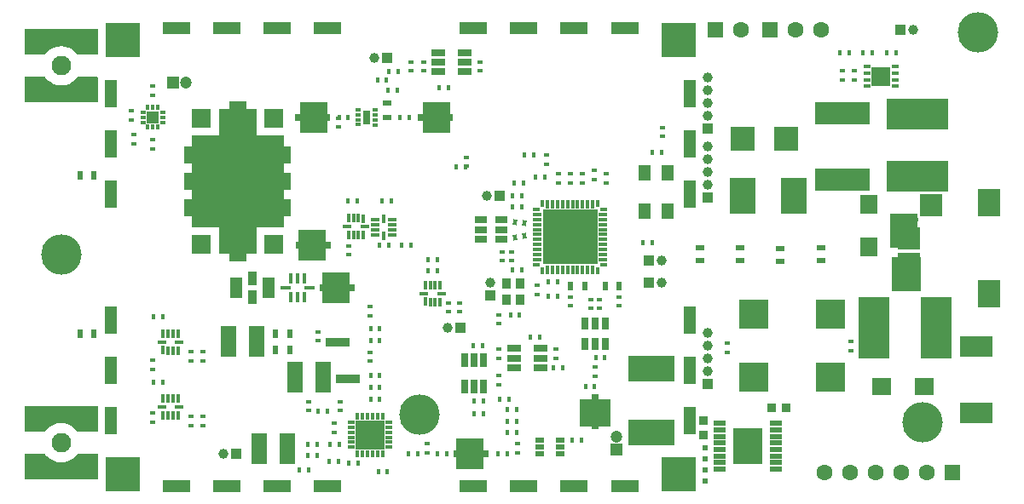
<source format=gts>
%FSLAX25Y25*%
%MOIN*%
G70*
G01*
G75*
G04 Layer_Color=8388736*
%ADD10C,0.01102*%
%ADD11R,0.01969X0.01969*%
%ADD12C,0.06811*%
%ADD13R,0.02200X0.02200*%
%ADD14R,0.24016X0.12047*%
%ADD15R,0.04331X0.02559*%
%ADD16R,0.04331X0.02200*%
%ADD17R,0.02362X0.04724*%
%ADD18R,0.01882X0.01024*%
%ADD19R,0.06890X0.05709*%
%ADD20R,0.05709X0.06890*%
%ADD21R,0.20866X0.07874*%
%ADD22R,0.08858X0.08465*%
%ADD23R,0.03200X0.03800*%
%ADD24R,0.06000X0.12000*%
%ADD25R,0.18000X0.10000*%
%ADD26R,0.03800X0.03200*%
%ADD27R,0.02874X0.01181*%
%ADD28R,0.01181X0.02874*%
%ADD29R,0.01181X0.03268*%
%ADD30R,0.03268X0.01181*%
%ADD31R,0.12047X0.24016*%
%ADD32R,0.09685X0.03110*%
%ADD33R,0.13000X0.07874*%
%ADD34R,0.04803X0.02441*%
%ADD35R,0.01870X0.00984*%
%ADD36R,0.00984X0.01870*%
%ADD37R,0.04331X0.04331*%
%ADD38R,0.02559X0.04331*%
%ADD39R,0.02047X0.04331*%
%ADD40R,0.03937X0.01378*%
%ADD41R,0.01378X0.03937*%
%ADD42R,0.02402X0.04902*%
%ADD43R,0.04095X0.07087*%
%ADD44R,0.04331X0.05512*%
%ADD45R,0.02165X0.01181*%
%ADD46R,0.02953X0.01181*%
%ADD47R,0.01181X0.02165*%
%ADD48R,0.01181X0.02953*%
%ADD49R,0.20630X0.20630*%
%ADD50R,0.02079X0.01024*%
%ADD51R,0.01024X0.02079*%
%ADD52R,0.10630X0.10630*%
%ADD53R,0.04134X0.01772*%
%ADD54R,0.11575X0.14094*%
%ADD55R,0.06890X0.06890*%
%ADD56O,0.02362X0.01181*%
%ADD57R,0.10000X0.14000*%
%ADD58R,0.02441X0.04803*%
%ADD59R,0.10236X0.03937*%
%ADD60R,0.03937X0.10236*%
%ADD61R,0.12992X0.12992*%
%ADD62R,0.07874X0.09843*%
%ADD63R,0.07874X0.07874*%
%ADD64R,0.02756X0.02165*%
%ADD65R,0.10433X0.03150*%
%ADD66R,0.02165X0.02165*%
%ADD67R,0.02165X0.02756*%
%ADD68R,0.03150X0.10433*%
%ADD69R,0.02165X0.02165*%
%ADD70R,0.02756X0.01181*%
%ADD71R,0.02200X0.01575*%
%ADD72R,0.01575X0.02200*%
G04:AMPARAMS|DCode=73|XSize=22mil|YSize=15.75mil|CornerRadius=0mil|HoleSize=0mil|Usage=FLASHONLY|Rotation=83.000|XOffset=0mil|YOffset=0mil|HoleType=Round|Shape=Rectangle|*
%AMROTATEDRECTD73*
4,1,4,0.00648,-0.01188,-0.00916,-0.00996,-0.00648,0.01188,0.00916,0.00996,0.00648,-0.01188,0.0*
%
%ADD73ROTATEDRECTD73*%

G04:AMPARAMS|DCode=74|XSize=22mil|YSize=15.75mil|CornerRadius=0mil|HoleSize=0mil|Usage=FLASHONLY|Rotation=97.000|XOffset=0mil|YOffset=0mil|HoleType=Round|Shape=Rectangle|*
%AMROTATEDRECTD74*
4,1,4,0.00916,-0.00996,-0.00648,-0.01188,-0.00916,0.00996,0.00648,0.01188,0.00916,-0.00996,0.0*
%
%ADD74ROTATEDRECTD74*%

%ADD75R,0.01969X0.03543*%
%ADD76R,0.03543X0.01969*%
%ADD77R,0.01969X0.03347*%
%ADD78R,0.03347X0.01969*%
%ADD79R,0.06496X0.06496*%
%ADD80R,0.05906X0.05906*%
%ADD81R,0.05906X0.05906*%
%ADD82R,0.07874X0.31496*%
%ADD83C,0.01400*%
%ADD84C,0.01000*%
%ADD85C,0.07000*%
%ADD86C,0.02400*%
%ADD87C,0.01575*%
%ADD88C,0.01100*%
%ADD89C,0.07874*%
%ADD90C,0.02362*%
%ADD91C,0.09000*%
%ADD92C,0.02000*%
%ADD93C,0.02047*%
%ADD94C,0.01600*%
%ADD95C,0.01969*%
%ADD96C,0.01200*%
%ADD97C,0.05000*%
%ADD98C,0.03500*%
%ADD99C,0.02200*%
%ADD100C,0.00984*%
%ADD101R,0.12835X0.09900*%
%ADD102R,0.11900X0.24400*%
%ADD103R,0.10700X0.08011*%
%ADD104R,0.10800X0.14300*%
%ADD105R,0.14525X0.03200*%
%ADD106R,0.18522X0.03500*%
%ADD107R,0.00433X0.01700*%
%ADD108R,0.10800X0.20947*%
%ADD109R,0.12402X0.23701*%
%ADD110R,0.09900X0.12520*%
%ADD111R,0.13976X0.55984*%
%ADD112R,0.35039X0.34961*%
%ADD113C,0.06299*%
%ADD114R,0.06299X0.06299*%
%ADD115R,0.03937X0.03937*%
%ADD116C,0.03937*%
%ADD117R,0.03937X0.03937*%
%ADD118C,0.01400*%
%ADD119C,0.01200*%
%ADD120C,0.01800*%
%ADD121C,0.02000*%
%ADD122C,0.04000*%
%ADD123C,0.01969*%
%ADD124C,0.02598*%
%ADD125C,0.00787*%
%ADD126C,0.01000*%
%ADD127C,0.02500*%
%ADD128C,0.02362*%
%ADD129C,0.14961*%
%ADD130C,0.03000*%
%ADD131R,0.11900X0.14889*%
%ADD132C,0.06000*%
%ADD133R,0.01200X0.02200*%
%ADD134R,0.09843X0.05906*%
%ADD135R,0.05906X0.09843*%
%ADD136R,0.04921X0.01575*%
%ADD137R,0.04921X0.01575*%
%ADD138R,0.08661X0.05512*%
%ADD139R,0.26772X0.26772*%
%ADD140R,0.01378X0.03150*%
%ADD141R,0.03150X0.01378*%
%ADD142R,0.03543X0.01575*%
%ADD143R,0.01969X0.01969*%
%ADD144R,0.05118X0.03347*%
%ADD145C,0.00900*%
%ADD146C,0.02500*%
%ADD147R,0.01850X0.03340*%
%ADD148R,0.05908X0.03435*%
%ADD149R,0.09900X0.13110*%
%ADD150C,0.00394*%
%ADD151C,0.00827*%
%ADD152C,0.00800*%
%ADD153C,0.00787*%
%ADD154C,0.00315*%
%ADD155C,0.00591*%
%ADD156C,0.00787*%
%ADD157C,0.00394*%
%ADD158C,0.00400*%
%ADD159C,0.01378*%
%ADD160C,0.00600*%
%ADD161R,0.01181X0.02165*%
%ADD162R,0.01771X0.02165*%
%ADD163R,0.02165X0.01181*%
%ADD164R,0.02165X0.01771*%
%ADD165R,0.11221X0.13307*%
%ADD166R,0.11102X0.13661*%
%ADD167R,0.10827X0.12214*%
%ADD168R,0.12214X0.10827*%
%ADD169R,0.14902X0.56988*%
%ADD170R,0.35945X0.35886*%
%ADD171R,0.02769X0.02769*%
%ADD172C,0.07611*%
%ADD173R,0.04882X0.03110*%
%ADD174R,0.04882X0.02751*%
%ADD175R,0.02913X0.05276*%
%ADD176R,0.02433X0.01575*%
%ADD177R,0.07690X0.06509*%
%ADD178R,0.06509X0.07690*%
%ADD179R,0.21666X0.08674*%
%ADD180R,0.09658X0.09265*%
%ADD181R,0.03279X0.03879*%
%ADD182R,0.03268X0.01575*%
%ADD183R,0.01575X0.03268*%
%ADD184R,0.01575X0.03661*%
%ADD185R,0.03661X0.01575*%
%ADD186R,0.09764X0.03189*%
%ADD187R,0.05354X0.02992*%
%ADD188R,0.02185X0.01299*%
%ADD189R,0.01299X0.02185*%
%ADD190R,0.04646X0.04646*%
%ADD191R,0.03110X0.04882*%
%ADD192R,0.02598X0.04882*%
%ADD193R,0.04331X0.01772*%
%ADD194R,0.01772X0.04331*%
%ADD195R,0.03202X0.05702*%
%ADD196R,0.04895X0.07887*%
%ADD197R,0.05131X0.06312*%
%ADD198R,0.02559X0.01575*%
%ADD199R,0.03347X0.01575*%
%ADD200R,0.01575X0.02559*%
%ADD201R,0.01575X0.03347*%
%ADD202R,0.21181X0.21181*%
%ADD203R,0.02630X0.01575*%
%ADD204R,0.01575X0.02630*%
%ADD205R,0.11181X0.11181*%
%ADD206R,0.04685X0.02323*%
%ADD207R,0.11811X0.14331*%
%ADD208R,0.07284X0.07284*%
%ADD209O,0.02756X0.01575*%
%ADD210R,0.11430X0.11430*%
%ADD211R,0.02992X0.05354*%
%ADD212R,0.11036X0.04737*%
%ADD213R,0.04737X0.11036*%
%ADD214R,0.13792X0.13792*%
%ADD215R,0.08674X0.10642*%
%ADD216R,0.08674X0.08674*%
%ADD217R,0.03156X0.02565*%
%ADD218R,0.10835X0.03551*%
%ADD219R,0.02565X0.02565*%
%ADD220R,0.02565X0.03156*%
%ADD221R,0.03551X0.10835*%
%ADD222R,0.02565X0.02565*%
%ADD223R,0.03556X0.01981*%
%ADD224R,0.07296X0.07296*%
%ADD225R,0.06706X0.06706*%
%ADD226R,0.06706X0.06706*%
%ADD227R,0.08674X0.32296*%
%ADD228C,0.04737*%
%ADD229R,0.04737X0.04737*%
%ADD230R,0.04737X0.04737*%
%ADD231C,0.03398*%
%ADD232C,0.04800*%
%ADD233C,0.15761*%
G36*
X34839Y38993D02*
X34890Y38984D01*
X34938Y38967D01*
X34985Y38944D01*
X35028Y38915D01*
X35066Y38881D01*
X35100Y38842D01*
X35129Y38800D01*
X35152Y38753D01*
X35168Y38704D01*
X35179Y38654D01*
X35182Y38602D01*
Y29354D01*
X35179Y29303D01*
X35168Y29252D01*
X35152Y29203D01*
X35129Y29157D01*
X35100Y29114D01*
X35066Y29075D01*
X35028Y29041D01*
X34985Y29013D01*
X34938Y28990D01*
X34890Y28973D01*
X34839Y28963D01*
X34787Y28960D01*
X27299D01*
X27247Y28963D01*
X27197Y28973D01*
X27148Y28990D01*
X27101Y29013D01*
X27059Y29041D01*
X27020Y29075D01*
X26986Y29114D01*
X26957Y29157D01*
X26934Y29203D01*
X26933Y29206D01*
X26238Y30053D01*
X25070Y31012D01*
X23737Y31724D01*
X22291Y32163D01*
X20787Y32311D01*
X19284Y32163D01*
X17838Y31724D01*
X16505Y31012D01*
X15337Y30053D01*
X14641Y29206D01*
X14640Y29203D01*
X14634Y29189D01*
X14627Y29175D01*
X14622Y29166D01*
X14618Y29157D01*
X14609Y29144D01*
X14601Y29130D01*
X14595Y29122D01*
X14589Y29114D01*
X14579Y29102D01*
X14569Y29090D01*
X14562Y29083D01*
X14555Y29075D01*
X14543Y29065D01*
X14532Y29054D01*
X14524Y29048D01*
X14516Y29041D01*
X14503Y29033D01*
X14491Y29023D01*
X14482Y29018D01*
X14473Y29013D01*
X14459Y29006D01*
X14445Y28998D01*
X14436Y28994D01*
X14427Y28990D01*
X14412Y28985D01*
X14397Y28979D01*
X14388Y28977D01*
X14378Y28973D01*
X14363Y28970D01*
X14347Y28966D01*
X14337Y28965D01*
X14327Y28963D01*
X14312Y28962D01*
X14296Y28960D01*
X14286Y28960D01*
X14276Y28960D01*
X6787D01*
X6736Y28963D01*
X6685Y28973D01*
X6636Y28990D01*
X6590Y29013D01*
X6547Y29041D01*
X6508Y29075D01*
X6474Y29114D01*
X6446Y29157D01*
X6423Y29203D01*
X6406Y29252D01*
X6396Y29303D01*
X6393Y29354D01*
Y38602D01*
X6396Y38654D01*
X6406Y38704D01*
X6423Y38753D01*
X6446Y38800D01*
X6474Y38842D01*
X6508Y38881D01*
X6547Y38915D01*
X6590Y38944D01*
X6636Y38967D01*
X6685Y38984D01*
X6736Y38993D01*
X6787Y38997D01*
X34787D01*
X34839Y38993D01*
D02*
G37*
G36*
Y20242D02*
X34890Y20232D01*
X34938Y20215D01*
X34985Y20192D01*
X35028Y20163D01*
X35066Y20129D01*
X35100Y20091D01*
X35129Y20048D01*
X35152Y20001D01*
X35168Y19952D01*
X35179Y19902D01*
X35182Y19850D01*
Y10602D01*
X35179Y10551D01*
X35168Y10500D01*
X35152Y10451D01*
X35129Y10405D01*
X35100Y10362D01*
X35066Y10323D01*
X35028Y10289D01*
X34985Y10261D01*
X34938Y10238D01*
X34890Y10221D01*
X34839Y10211D01*
X34787Y10208D01*
X6787D01*
X6736Y10211D01*
X6685Y10221D01*
X6636Y10238D01*
X6590Y10261D01*
X6547Y10289D01*
X6508Y10323D01*
X6474Y10362D01*
X6446Y10405D01*
X6423Y10451D01*
X6406Y10500D01*
X6396Y10551D01*
X6393Y10602D01*
Y19850D01*
X6396Y19902D01*
X6406Y19952D01*
X6423Y20001D01*
X6446Y20048D01*
X6474Y20091D01*
X6508Y20129D01*
X6547Y20163D01*
X6590Y20192D01*
X6636Y20215D01*
X6685Y20232D01*
X6736Y20242D01*
X6787Y20245D01*
X14276D01*
X14327Y20242D01*
X14378Y20232D01*
X14427Y20215D01*
X14473Y20192D01*
X14516Y20163D01*
X14555Y20129D01*
X14589Y20091D01*
X14618Y20048D01*
X14640Y20001D01*
X14641Y19999D01*
X15337Y19152D01*
X16505Y18193D01*
X17838Y17481D01*
X19284Y17042D01*
X20787Y16894D01*
X22291Y17042D01*
X23737Y17481D01*
X25070Y18193D01*
X26238Y19152D01*
X26933Y19999D01*
X26934Y20001D01*
X26941Y20016D01*
X26948Y20030D01*
X26953Y20039D01*
X26957Y20048D01*
X26966Y20061D01*
X26974Y20074D01*
X26980Y20082D01*
X26986Y20091D01*
X26996Y20102D01*
X27006Y20115D01*
X27013Y20122D01*
X27020Y20129D01*
X27032Y20140D01*
X27043Y20151D01*
X27051Y20157D01*
X27059Y20163D01*
X27072Y20172D01*
X27084Y20182D01*
X27093Y20187D01*
X27101Y20192D01*
X27116Y20199D01*
X27129Y20207D01*
X27139Y20210D01*
X27148Y20215D01*
X27163Y20220D01*
X27177Y20226D01*
X27187Y20228D01*
X27197Y20232D01*
X27212Y20235D01*
X27227Y20238D01*
X27237Y20240D01*
X27247Y20242D01*
X27263Y20243D01*
X27279Y20244D01*
X27289Y20244D01*
X27299Y20245D01*
X34787D01*
X34839Y20242D01*
D02*
G37*
G36*
Y186631D02*
X34890Y186621D01*
X34938Y186605D01*
X34985Y186582D01*
X35028Y186553D01*
X35066Y186519D01*
X35100Y186480D01*
X35129Y186437D01*
X35152Y186391D01*
X35168Y186342D01*
X35179Y186292D01*
X35182Y186240D01*
Y176992D01*
X35179Y176941D01*
X35168Y176890D01*
X35152Y176841D01*
X35129Y176795D01*
X35100Y176752D01*
X35066Y176713D01*
X35028Y176679D01*
X34985Y176651D01*
X34938Y176628D01*
X34890Y176611D01*
X34839Y176601D01*
X34787Y176598D01*
X27299D01*
X27247Y176601D01*
X27197Y176611D01*
X27148Y176628D01*
X27101Y176651D01*
X27059Y176679D01*
X27020Y176713D01*
X26986Y176752D01*
X26957Y176795D01*
X26934Y176841D01*
X26933Y176844D01*
X26238Y177691D01*
X25070Y178649D01*
X23737Y179362D01*
X22291Y179800D01*
X20787Y179949D01*
X19284Y179800D01*
X17838Y179362D01*
X16505Y178649D01*
X15337Y177691D01*
X14641Y176844D01*
X14640Y176841D01*
X14634Y176827D01*
X14627Y176813D01*
X14622Y176804D01*
X14618Y176795D01*
X14609Y176782D01*
X14601Y176768D01*
X14595Y176760D01*
X14589Y176752D01*
X14579Y176740D01*
X14569Y176728D01*
X14562Y176721D01*
X14555Y176713D01*
X14543Y176703D01*
X14532Y176692D01*
X14524Y176686D01*
X14516Y176679D01*
X14503Y176670D01*
X14491Y176661D01*
X14482Y176656D01*
X14473Y176651D01*
X14459Y176644D01*
X14445Y176636D01*
X14436Y176632D01*
X14427Y176628D01*
X14412Y176622D01*
X14397Y176617D01*
X14388Y176614D01*
X14378Y176611D01*
X14363Y176608D01*
X14347Y176604D01*
X14337Y176603D01*
X14327Y176601D01*
X14312Y176600D01*
X14296Y176598D01*
X14286Y176598D01*
X14276Y176598D01*
X6787D01*
X6736Y176601D01*
X6685Y176611D01*
X6636Y176628D01*
X6590Y176651D01*
X6547Y176679D01*
X6508Y176713D01*
X6474Y176752D01*
X6446Y176795D01*
X6423Y176841D01*
X6406Y176890D01*
X6396Y176941D01*
X6393Y176992D01*
Y186240D01*
X6396Y186292D01*
X6406Y186342D01*
X6423Y186391D01*
X6446Y186437D01*
X6474Y186480D01*
X6508Y186519D01*
X6547Y186553D01*
X6590Y186582D01*
X6636Y186605D01*
X6685Y186621D01*
X6736Y186631D01*
X6787Y186635D01*
X34787D01*
X34839Y186631D01*
D02*
G37*
G36*
Y167879D02*
X34890Y167869D01*
X34938Y167853D01*
X34985Y167830D01*
X35028Y167801D01*
X35066Y167767D01*
X35100Y167728D01*
X35129Y167685D01*
X35152Y167639D01*
X35168Y167590D01*
X35179Y167540D01*
X35182Y167488D01*
Y158240D01*
X35179Y158189D01*
X35168Y158138D01*
X35152Y158089D01*
X35129Y158043D01*
X35100Y158000D01*
X35066Y157961D01*
X35028Y157927D01*
X34985Y157898D01*
X34938Y157876D01*
X34890Y157859D01*
X34839Y157849D01*
X34787Y157846D01*
X6787D01*
X6736Y157849D01*
X6685Y157859D01*
X6636Y157876D01*
X6590Y157898D01*
X6547Y157927D01*
X6508Y157961D01*
X6474Y158000D01*
X6446Y158043D01*
X6423Y158089D01*
X6406Y158138D01*
X6396Y158189D01*
X6393Y158240D01*
Y167488D01*
X6396Y167540D01*
X6406Y167590D01*
X6423Y167639D01*
X6446Y167685D01*
X6474Y167728D01*
X6508Y167767D01*
X6547Y167801D01*
X6590Y167830D01*
X6636Y167853D01*
X6685Y167869D01*
X6736Y167879D01*
X6787Y167883D01*
X14276D01*
X14327Y167879D01*
X14378Y167869D01*
X14427Y167853D01*
X14473Y167830D01*
X14516Y167801D01*
X14555Y167767D01*
X14589Y167728D01*
X14618Y167685D01*
X14640Y167639D01*
X14641Y167637D01*
X15337Y166789D01*
X16505Y165831D01*
X17838Y165119D01*
X19284Y164680D01*
X20787Y164532D01*
X22291Y164680D01*
X23737Y165119D01*
X25070Y165831D01*
X26238Y166789D01*
X26933Y167637D01*
X26934Y167639D01*
X26941Y167653D01*
X26948Y167668D01*
X26953Y167676D01*
X26957Y167685D01*
X26966Y167699D01*
X26974Y167712D01*
X26980Y167720D01*
X26986Y167728D01*
X26996Y167740D01*
X27006Y167753D01*
X27013Y167760D01*
X27020Y167767D01*
X27032Y167778D01*
X27043Y167789D01*
X27051Y167795D01*
X27059Y167801D01*
X27072Y167810D01*
X27084Y167819D01*
X27093Y167824D01*
X27101Y167830D01*
X27116Y167837D01*
X27129Y167844D01*
X27139Y167848D01*
X27148Y167853D01*
X27163Y167858D01*
X27177Y167864D01*
X27187Y167866D01*
X27197Y167869D01*
X27212Y167872D01*
X27227Y167876D01*
X27237Y167877D01*
X27247Y167879D01*
X27263Y167880D01*
X27279Y167882D01*
X27289Y167882D01*
X27299Y167883D01*
X34787D01*
X34839Y167879D01*
D02*
G37*
D13*
X272516Y22548D02*
D03*
Y18348D02*
D03*
Y13948D02*
D03*
Y9748D02*
D03*
D14*
X355354Y129035D02*
D03*
Y153169D02*
D03*
D23*
X304222Y38161D02*
D03*
X298622D02*
D03*
D24*
X112022Y50261D02*
D03*
X123022D02*
D03*
X97222Y64361D02*
D03*
X86222D02*
D03*
X109322Y22461D02*
D03*
X98322D02*
D03*
D25*
X251522Y28661D02*
D03*
Y53661D02*
D03*
D26*
X271816Y27648D02*
D03*
Y33248D02*
D03*
D31*
X338642Y69528D02*
D03*
X362776D02*
D03*
D33*
X378408Y36397D02*
D03*
Y62381D02*
D03*
D57*
X307205Y121181D02*
D03*
X287205D02*
D03*
D71*
X196900Y99469D02*
D03*
Y95891D02*
D03*
X117422Y37172D02*
D03*
Y40750D02*
D03*
X129822Y37172D02*
D03*
Y40750D02*
D03*
X121116Y64484D02*
D03*
Y68062D02*
D03*
X191955Y61179D02*
D03*
Y57601D02*
D03*
X176500Y79439D02*
D03*
Y75861D02*
D03*
X76108Y60311D02*
D03*
Y56733D02*
D03*
X76087Y34892D02*
D03*
Y31313D02*
D03*
X231232Y80762D02*
D03*
Y77184D02*
D03*
X219816Y81750D02*
D03*
Y78172D02*
D03*
X227900Y80762D02*
D03*
Y77184D02*
D03*
X238900Y78211D02*
D03*
Y81789D02*
D03*
X234016Y126384D02*
D03*
Y129962D02*
D03*
X229316Y127784D02*
D03*
Y131362D02*
D03*
X224616Y126384D02*
D03*
Y129962D02*
D03*
X206816Y86162D02*
D03*
Y82584D02*
D03*
X219916Y126384D02*
D03*
Y129962D02*
D03*
X215216Y126384D02*
D03*
Y129962D02*
D03*
X193180Y99469D02*
D03*
Y95891D02*
D03*
X281339Y63600D02*
D03*
Y60022D02*
D03*
X329606Y64348D02*
D03*
Y60770D02*
D03*
X141516Y77862D02*
D03*
Y74284D02*
D03*
X330916Y166684D02*
D03*
Y170262D02*
D03*
X184610Y170166D02*
D03*
Y173743D02*
D03*
X162410D02*
D03*
Y170166D02*
D03*
X129078Y148214D02*
D03*
Y151792D02*
D03*
X179061Y132844D02*
D03*
Y136422D02*
D03*
X48322Y150972D02*
D03*
Y154550D02*
D03*
X49322Y145150D02*
D03*
Y141572D02*
D03*
X191778Y50828D02*
D03*
Y47250D02*
D03*
X172350Y79439D02*
D03*
Y75861D02*
D03*
X56584Y160662D02*
D03*
Y164240D02*
D03*
X56599Y139779D02*
D03*
Y143358D02*
D03*
Y36178D02*
D03*
Y32600D02*
D03*
X71408Y60311D02*
D03*
Y56733D02*
D03*
X71387Y34892D02*
D03*
Y31313D02*
D03*
X199216Y20676D02*
D03*
Y24252D02*
D03*
X141516Y56486D02*
D03*
Y60062D02*
D03*
X164000Y24197D02*
D03*
Y20621D02*
D03*
X133022Y98174D02*
D03*
Y101750D02*
D03*
X56599Y56841D02*
D03*
Y53265D02*
D03*
X229558Y54180D02*
D03*
Y50604D02*
D03*
X210616Y137160D02*
D03*
Y133584D02*
D03*
X326216Y170260D02*
D03*
Y166684D02*
D03*
X157610Y170168D02*
D03*
Y173743D02*
D03*
X214155Y57701D02*
D03*
Y61279D02*
D03*
X255778Y148076D02*
D03*
Y144500D02*
D03*
X191722Y71174D02*
D03*
Y74750D02*
D03*
X127622Y28772D02*
D03*
Y32350D02*
D03*
D72*
X198910Y37500D02*
D03*
X195332D02*
D03*
Y28700D02*
D03*
X198910D02*
D03*
X195105Y20423D02*
D03*
X191527D02*
D03*
X224189Y25532D02*
D03*
X220611D02*
D03*
X125511Y17350D02*
D03*
X129089D02*
D03*
X136889Y16800D02*
D03*
X133311D02*
D03*
X148311Y13161D02*
D03*
X144733D02*
D03*
X145305Y41561D02*
D03*
X141727D02*
D03*
X145305Y46286D02*
D03*
X141727D02*
D03*
X145305Y50986D02*
D03*
X141727D02*
D03*
X145305Y64773D02*
D03*
X141727D02*
D03*
X145305Y69373D02*
D03*
X141727D02*
D03*
X160105Y20415D02*
D03*
X156527D02*
D03*
X204311Y66000D02*
D03*
X207889D02*
D03*
X136411Y119261D02*
D03*
X132833D02*
D03*
X255373Y138177D02*
D03*
X251795D02*
D03*
X251689Y103050D02*
D03*
X248111D02*
D03*
X185567Y62739D02*
D03*
X181989D02*
D03*
X211211Y87500D02*
D03*
X214789D02*
D03*
X211233Y81861D02*
D03*
X214811D02*
D03*
X201539Y126300D02*
D03*
X197961D02*
D03*
X205389Y137473D02*
D03*
X201811D02*
D03*
X209705Y128705D02*
D03*
X206127D02*
D03*
X200705Y121373D02*
D03*
X197127D02*
D03*
X200689Y117100D02*
D03*
X197111D02*
D03*
X148511Y162800D02*
D03*
X152089D02*
D03*
X147989Y166500D02*
D03*
X144411D02*
D03*
X129394Y152100D02*
D03*
X132973D02*
D03*
X153300D02*
D03*
X156878D02*
D03*
X198910Y33100D02*
D03*
X195332D02*
D03*
X167827Y20415D02*
D03*
X171405D02*
D03*
X334127Y177273D02*
D03*
X337705D02*
D03*
X347205D02*
D03*
X343627D02*
D03*
X172249Y163754D02*
D03*
X168671D02*
D03*
X148859Y102061D02*
D03*
X145281D02*
D03*
X182289Y40839D02*
D03*
X185867D02*
D03*
X146233Y119261D02*
D03*
X149811D02*
D03*
X56810Y73911D02*
D03*
X60387D02*
D03*
X56810Y48199D02*
D03*
X60387D02*
D03*
X196435Y74761D02*
D03*
X200011D02*
D03*
X167909Y96161D02*
D03*
X164333D02*
D03*
X229767Y58137D02*
D03*
X233343D02*
D03*
X229337Y46747D02*
D03*
X225761D02*
D03*
X117263Y23850D02*
D03*
X120839D02*
D03*
X121335Y36861D02*
D03*
X124911D02*
D03*
X113913Y13950D02*
D03*
X117489D02*
D03*
X153843Y102047D02*
D03*
X157419D02*
D03*
X185865Y36139D02*
D03*
X182289D02*
D03*
X216787Y54000D02*
D03*
X213211D02*
D03*
X167909Y92000D02*
D03*
X164333D02*
D03*
X117213Y19550D02*
D03*
X120789D02*
D03*
X200705Y92373D02*
D03*
X197127D02*
D03*
X328909Y177261D02*
D03*
X325333D02*
D03*
X152409Y169861D02*
D03*
X148833D02*
D03*
X192191Y41539D02*
D03*
X195767D02*
D03*
X178769Y132510D02*
D03*
X175191D02*
D03*
X129505Y23873D02*
D03*
X125927D02*
D03*
D73*
X198224Y111084D02*
D03*
X201776Y110648D02*
D03*
D74*
X198224Y105136D02*
D03*
X201776Y105572D02*
D03*
D75*
X238966Y85873D02*
D03*
X233366D02*
D03*
X110116Y67273D02*
D03*
X104516D02*
D03*
X110116Y60973D02*
D03*
X104516D02*
D03*
X225466Y85873D02*
D03*
X219866D02*
D03*
D76*
X148234Y152102D02*
D03*
Y157702D02*
D03*
D77*
X28352Y67381D02*
D03*
X33470D02*
D03*
X28352Y129461D02*
D03*
X33470D02*
D03*
D78*
X301962Y100784D02*
D03*
Y95666D02*
D03*
X286214Y95862D02*
D03*
Y100980D02*
D03*
X270466Y95862D02*
D03*
Y100980D02*
D03*
X317710Y100980D02*
D03*
Y95862D02*
D03*
D113*
X329022Y12861D02*
D03*
X339022D02*
D03*
X349022D02*
D03*
X359022D02*
D03*
X319022D02*
D03*
X307722Y186161D02*
D03*
X317722D02*
D03*
X286378Y186142D02*
D03*
D114*
X369022Y12861D02*
D03*
X297722Y186161D02*
D03*
X276378Y186142D02*
D03*
D115*
X192100Y121400D02*
D03*
X348722Y186461D02*
D03*
X250500Y87400D02*
D03*
Y96000D02*
D03*
X176811Y69685D02*
D03*
X148300Y175300D02*
D03*
X89122Y20161D02*
D03*
D116*
X187100Y121400D02*
D03*
X353722Y186461D02*
D03*
X255500Y87400D02*
D03*
Y96000D02*
D03*
X171811Y69685D02*
D03*
X143300Y175300D02*
D03*
X188400Y87420D02*
D03*
X84122Y20161D02*
D03*
X273516Y67561D02*
D03*
Y62561D02*
D03*
Y57561D02*
D03*
Y52561D02*
D03*
X273583Y140591D02*
D03*
Y135591D02*
D03*
Y130591D02*
D03*
Y125591D02*
D03*
X273465Y167591D02*
D03*
Y162591D02*
D03*
Y157591D02*
D03*
Y152591D02*
D03*
D117*
X188400Y82420D02*
D03*
X273516Y47561D02*
D03*
X273583Y120591D02*
D03*
X273465Y147591D02*
D03*
D125*
X145516Y29773D02*
D03*
Y31773D02*
D03*
X143516Y23773D02*
D03*
Y27773D02*
D03*
X145516D02*
D03*
X141516Y25773D02*
D03*
Y23773D02*
D03*
X143516Y25773D02*
D03*
X141516Y27773D02*
D03*
X145516Y23773D02*
D03*
Y25773D02*
D03*
X137516Y31773D02*
D03*
X139516D02*
D03*
X141516D02*
D03*
X143516D02*
D03*
Y29773D02*
D03*
X141516D02*
D03*
X139516D02*
D03*
X137516D02*
D03*
X139516Y27773D02*
D03*
X137516D02*
D03*
X139516Y23773D02*
D03*
X137516D02*
D03*
X139516Y25773D02*
D03*
X137516D02*
D03*
D165*
X351043Y90748D02*
D03*
D166*
X350276Y107500D02*
D03*
D167*
X119510Y152100D02*
D03*
X167500D02*
D03*
X180490Y20414D02*
D03*
X128190Y85273D02*
D03*
X118690Y102061D02*
D03*
D168*
X229559Y36290D02*
D03*
D169*
X89751Y127120D02*
D03*
D170*
X89722Y127070D02*
D03*
D171*
X20787Y36413D02*
D03*
Y12791D02*
D03*
Y160429D02*
D03*
Y184051D02*
D03*
D172*
Y24602D02*
D03*
Y172240D02*
D03*
D173*
X184961Y112047D02*
D03*
Y104173D02*
D03*
X192835D02*
D03*
Y108110D02*
D03*
Y112047D02*
D03*
D174*
X184961Y108110D02*
D03*
D175*
X140217Y152100D02*
D03*
D176*
X136815Y155053D02*
D03*
Y153084D02*
D03*
Y151116D02*
D03*
Y149147D02*
D03*
X143618Y149100D02*
D03*
Y151116D02*
D03*
Y153084D02*
D03*
Y155053D02*
D03*
D177*
X341535Y46732D02*
D03*
X358071D02*
D03*
D178*
X336535Y101299D02*
D03*
Y117835D02*
D03*
D179*
X326181Y153504D02*
D03*
Y127520D02*
D03*
D180*
X304213Y143622D02*
D03*
X287283D02*
D03*
D181*
X194716Y86873D02*
D03*
X200316D02*
D03*
X194716Y80573D02*
D03*
X200316D02*
D03*
D182*
X139369Y109161D02*
D03*
X132676D02*
D03*
X143576Y106008D02*
D03*
X150269Y107976D02*
D03*
X150269Y109945D02*
D03*
X150269Y111914D02*
D03*
X143576D02*
D03*
Y109945D02*
D03*
X143576Y107976D02*
D03*
X162676Y83061D02*
D03*
X169369D02*
D03*
X60267Y64068D02*
D03*
X66960D02*
D03*
X60267Y38525D02*
D03*
X66960D02*
D03*
D183*
X138975Y105814D02*
D03*
X137006Y112507D02*
D03*
X135038D02*
D03*
X133069Y112507D02*
D03*
Y105814D02*
D03*
X135038Y105814D02*
D03*
X137006D02*
D03*
X146922Y105614D02*
D03*
X146922Y112307D02*
D03*
X163069Y86407D02*
D03*
X165038Y79714D02*
D03*
X167006D02*
D03*
X168975D02*
D03*
Y86407D02*
D03*
X167006D02*
D03*
X165038D02*
D03*
X60661Y67414D02*
D03*
X62629Y60721D02*
D03*
X64598D02*
D03*
X66567D02*
D03*
Y67414D02*
D03*
X64598D02*
D03*
X62629D02*
D03*
X60661Y41871D02*
D03*
X62629Y35178D02*
D03*
X64598D02*
D03*
X66567D02*
D03*
Y41871D02*
D03*
X64598D02*
D03*
X62629D02*
D03*
D184*
X138975Y112310D02*
D03*
X163069Y79911D02*
D03*
X60661Y60918D02*
D03*
Y35375D02*
D03*
D185*
X150072Y106008D02*
D03*
D186*
X128708Y64076D02*
D03*
X132724Y49667D02*
D03*
D187*
X178667Y169814D02*
D03*
Y173555D02*
D03*
Y177295D02*
D03*
X168352D02*
D03*
Y173555D02*
D03*
Y169814D02*
D03*
X197897Y61544D02*
D03*
Y57804D02*
D03*
Y54063D02*
D03*
X208212D02*
D03*
Y57804D02*
D03*
Y61544D02*
D03*
D188*
X52804Y154071D02*
D03*
X60381Y150134D02*
D03*
Y152103D02*
D03*
Y154071D02*
D03*
X52804Y152103D02*
D03*
Y150134D02*
D03*
D189*
X54625Y155890D02*
D03*
Y148316D02*
D03*
X56593D02*
D03*
X58562D02*
D03*
Y155890D02*
D03*
X56593D02*
D03*
D190*
Y152103D02*
D03*
D191*
X225619Y71310D02*
D03*
X229556D02*
D03*
X233493D02*
D03*
Y63436D02*
D03*
X225619D02*
D03*
D192*
X229556D02*
D03*
D193*
X117842Y85273D02*
D03*
X108590D02*
D03*
D194*
X115775Y81730D02*
D03*
X113216D02*
D03*
X110657D02*
D03*
Y88816D02*
D03*
X113216D02*
D03*
X115775D02*
D03*
D195*
X95589Y88936D02*
D03*
Y81633D02*
D03*
D196*
X89192Y85284D02*
D03*
X101987D02*
D03*
D197*
X248956Y115396D02*
D03*
X258012Y130357D02*
D03*
Y115396D02*
D03*
X248956Y130357D02*
D03*
D198*
X206527Y116000D02*
D03*
Y94346D02*
D03*
X232905D02*
D03*
Y116000D02*
D03*
D199*
X206921Y114032D02*
D03*
Y112063D02*
D03*
Y110094D02*
D03*
Y108126D02*
D03*
Y106157D02*
D03*
Y104189D02*
D03*
Y102220D02*
D03*
Y100252D02*
D03*
Y98283D02*
D03*
Y96315D02*
D03*
X232511D02*
D03*
Y98283D02*
D03*
Y100252D02*
D03*
Y102220D02*
D03*
Y104189D02*
D03*
Y106157D02*
D03*
Y108126D02*
D03*
Y110094D02*
D03*
Y112063D02*
D03*
Y114032D02*
D03*
D200*
X208889Y91984D02*
D03*
X230543D02*
D03*
Y118362D02*
D03*
X208889D02*
D03*
D201*
X210858Y92378D02*
D03*
X212826D02*
D03*
X214795D02*
D03*
X216763D02*
D03*
X218732D02*
D03*
X220700D02*
D03*
X222669D02*
D03*
X224637D02*
D03*
X226606D02*
D03*
X228574D02*
D03*
Y117968D02*
D03*
X226606D02*
D03*
X224637D02*
D03*
X222669D02*
D03*
X220700D02*
D03*
X218732D02*
D03*
X216763D02*
D03*
X214795D02*
D03*
X212826D02*
D03*
X210858D02*
D03*
D202*
X219716Y105173D02*
D03*
D203*
X148854Y22852D02*
D03*
Y32695D02*
D03*
Y30726D02*
D03*
Y28758D02*
D03*
Y26789D02*
D03*
Y24820D02*
D03*
X134177Y30726D02*
D03*
Y32695D02*
D03*
Y28758D02*
D03*
Y24820D02*
D03*
Y26789D02*
D03*
Y22852D02*
D03*
D204*
X144469Y35112D02*
D03*
X136595Y20435D02*
D03*
X140532Y35112D02*
D03*
X142500D02*
D03*
X146437D02*
D03*
Y20435D02*
D03*
X144469D02*
D03*
X142500D02*
D03*
X140532D02*
D03*
X138563D02*
D03*
X136595Y35112D02*
D03*
X138563D02*
D03*
D205*
X141516Y27773D02*
D03*
D206*
X278191Y29646D02*
D03*
Y27087D02*
D03*
Y24528D02*
D03*
Y21969D02*
D03*
Y19410D02*
D03*
Y14291D02*
D03*
X300041D02*
D03*
Y16851D02*
D03*
Y19410D02*
D03*
Y21969D02*
D03*
Y24528D02*
D03*
Y29646D02*
D03*
Y32205D02*
D03*
X278191D02*
D03*
X300041Y27087D02*
D03*
X278191Y16851D02*
D03*
D207*
X289116Y23248D02*
D03*
D208*
X341216Y168060D02*
D03*
D209*
X335704Y164221D02*
D03*
Y166780D02*
D03*
Y169340D02*
D03*
Y171899D02*
D03*
X346728D02*
D03*
Y169340D02*
D03*
Y166780D02*
D03*
Y164221D02*
D03*
D210*
X291614Y74961D02*
D03*
Y50472D02*
D03*
X321614Y74961D02*
D03*
Y50472D02*
D03*
D211*
X185918Y56897D02*
D03*
X182178D02*
D03*
X178438D02*
D03*
Y46582D02*
D03*
X182178D02*
D03*
X185918D02*
D03*
D212*
X65827Y7708D02*
D03*
X85512D02*
D03*
X65827Y186842D02*
D03*
X85512D02*
D03*
X221339D02*
D03*
X241024D02*
D03*
X181968Y7708D02*
D03*
X201654D02*
D03*
Y186842D02*
D03*
X105197D02*
D03*
Y7708D02*
D03*
X241024D02*
D03*
X181968Y186842D02*
D03*
X124882D02*
D03*
Y7708D02*
D03*
X221339D02*
D03*
D213*
X266614Y161251D02*
D03*
Y33298D02*
D03*
X40236D02*
D03*
Y161251D02*
D03*
Y141566D02*
D03*
Y52983D02*
D03*
X266614D02*
D03*
Y141566D02*
D03*
X40236Y72668D02*
D03*
Y121881D02*
D03*
X266614D02*
D03*
Y72668D02*
D03*
D214*
X262087Y182314D02*
D03*
Y12235D02*
D03*
X44764D02*
D03*
Y182314D02*
D03*
D215*
X383543Y118671D02*
D03*
Y82845D02*
D03*
D216*
X360906Y117490D02*
D03*
X352244Y104496D02*
D03*
Y94653D02*
D03*
D217*
X124421Y152100D02*
D03*
X172411D02*
D03*
X175579Y20415D02*
D03*
X123279Y85273D02*
D03*
X113779Y102061D02*
D03*
D218*
X119500Y147769D02*
D03*
Y156431D02*
D03*
X167490Y147769D02*
D03*
Y156431D02*
D03*
X180500Y24746D02*
D03*
Y16084D02*
D03*
X128200Y89604D02*
D03*
Y80942D02*
D03*
X118700Y106392D02*
D03*
Y97731D02*
D03*
D219*
X113496Y152100D02*
D03*
X161486D02*
D03*
X186504Y20415D02*
D03*
X134204Y85273D02*
D03*
X124704Y102061D02*
D03*
D220*
X229558Y31379D02*
D03*
D221*
X225228Y36300D02*
D03*
X233889D02*
D03*
D222*
X229558Y42304D02*
D03*
D223*
X207979Y20414D02*
D03*
Y22973D02*
D03*
Y25532D02*
D03*
X215853D02*
D03*
Y22973D02*
D03*
Y20414D02*
D03*
D224*
X75470Y102317D02*
D03*
X103974D02*
D03*
X75470Y151805D02*
D03*
X103974D02*
D03*
D225*
X72202Y137454D02*
D03*
Y116667D02*
D03*
X107242D02*
D03*
Y137454D02*
D03*
Y127061D02*
D03*
X72202D02*
D03*
D226*
X89722Y99069D02*
D03*
Y155053D02*
D03*
D227*
Y127061D02*
D03*
D228*
X237953Y26811D02*
D03*
X69646Y165512D02*
D03*
D229*
X237953Y21811D02*
D03*
D230*
X64646Y165512D02*
D03*
D231*
X212629Y112260D02*
D03*
X217354D02*
D03*
X212629Y107535D02*
D03*
X217354D02*
D03*
X222078D02*
D03*
X226802D02*
D03*
X212629Y102811D02*
D03*
X217354D02*
D03*
X222078D02*
D03*
X226802D02*
D03*
X212629Y98087D02*
D03*
X217354D02*
D03*
X222078D02*
D03*
X226802D02*
D03*
Y112260D02*
D03*
X222078D02*
D03*
D232*
X348819Y90827D02*
D03*
X353976Y86693D02*
D03*
X348701Y86575D02*
D03*
X348780Y95197D02*
D03*
X354016Y90984D02*
D03*
X348583Y107583D02*
D03*
X353525Y103317D02*
D03*
X348583D02*
D03*
X353425Y111850D02*
D03*
X353504Y107583D02*
D03*
X348583Y111850D02*
D03*
X354134Y95315D02*
D03*
D233*
X20827Y98421D02*
D03*
X160744Y35787D02*
D03*
X379295Y185300D02*
D03*
X357422Y32650D02*
D03*
M02*

</source>
